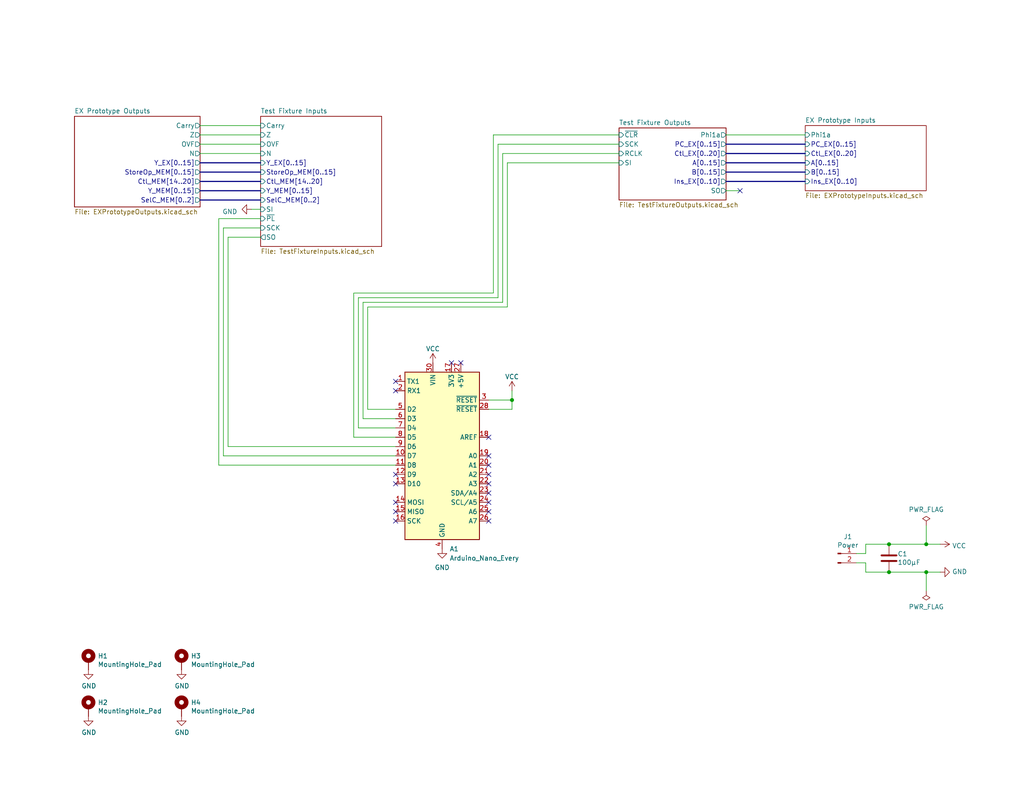
<source format=kicad_sch>
(kicad_sch (version 20230121) (generator eeschema)
  (paper "USLetter")
  (title_block (title "Turtle16: EXModuleTestFixture") (date "2023-03-25") (rev "A") (comment 4 "Test Fixture for Turtle16's EXModule"))
  (lib_symbols
    (symbol "Connector:Conn_01x02_Pin" (pin_names (offset 1.016) hide)
      (property "Reference" "J" (at 0 2.54 0))
      (property "Value" "Conn_01x02_Pin" (at 0 -5.08 0))
      (symbol "Conn_01x02_Pin_1_1"
        (polyline (pts (xy 1.27 -2.54) (xy 0.8636 -2.54)) (stroke (width 0.1524)))
        (polyline (pts (xy 1.27 0) (xy 0.8636 0)) (stroke (width 0.1524)))
        (rectangle (start 0.8636 -2.413) (end 0 -2.667) (stroke (width 0.1524)) (fill (type outline)))
        (rectangle (start 0.8636 0.127) (end 0 -0.127) (stroke (width 0.1524)) (fill (type outline)))
        (pin passive line (at 5.08 0 180) (length 3.81) (name "Pin_1") (number "1"))
        (pin passive line (at 5.08 -2.54 180) (length 3.81) (name "Pin_2") (number "2"))
      )
    )
    (symbol "Device:C" (pin_numbers hide) (pin_names (offset 0.254))
      (property "Reference" "C" (at 0.635 2.54 0))
      (property "Value" "C" (at 0.635 -2.54 0))
      (symbol "C_0_1"
        (polyline (pts (xy -2.032 -0.762) (xy 2.032 -0.762)) (stroke (width 0.508)))
        (polyline (pts (xy -2.032 0.762) (xy 2.032 0.762)) (stroke (width 0.508)))
      )
      (symbol "C_1_1"
        (pin passive line (at 0 3.81 270) (length 2.794) (name "~") (number "1"))
        (pin passive line (at 0 -3.81 90) (length 2.794) (name "~") (number "2"))
      )
    )
    (symbol "MCU_Module:Arduino_Nano_Every"
      (property "Reference" "A" (at -10.16 23.495 0))
      (property "Value" "Arduino_Nano_Every" (at 5.08 -24.13 0))
      (symbol "Arduino_Nano_Every_0_1"
        (rectangle (start -10.16 22.86) (end 10.16 -22.86) (stroke (width 0.254)) (fill (type background)))
      )
      (symbol "Arduino_Nano_Every_1_1"
        (pin bidirectional line (at -12.7 20.32 0) (length 2.54) (name "TX1") (number "1"))
        (pin bidirectional line (at -12.7 0 0) (length 2.54) (name "D7") (number "10"))
        (pin bidirectional line (at -12.7 -2.54 0) (length 2.54) (name "D8") (number "11"))
        (pin bidirectional line (at -12.7 -5.08 0) (length 2.54) (name "D9") (number "12"))
        (pin bidirectional line (at -12.7 -7.62 0) (length 2.54) (name "D10") (number "13"))
        (pin bidirectional line (at -12.7 -12.7 0) (length 2.54) (name "MOSI") (number "14"))
        (pin bidirectional line (at -12.7 -15.24 0) (length 2.54) (name "MISO") (number "15"))
        (pin bidirectional line (at -12.7 -17.78 0) (length 2.54) (name "SCK") (number "16"))
        (pin power_out line (at 2.54 25.4 270) (length 2.54) (name "3V3") (number "17"))
        (pin input line (at 12.7 5.08 180) (length 2.54) (name "AREF") (number "18"))
        (pin bidirectional line (at 12.7 0 180) (length 2.54) (name "A0") (number "19"))
        (pin bidirectional line (at -12.7 17.78 0) (length 2.54) (name "RX1") (number "2"))
        (pin bidirectional line (at 12.7 -2.54 180) (length 2.54) (name "A1") (number "20"))
        (pin bidirectional line (at 12.7 -5.08 180) (length 2.54) (name "A2") (number "21"))
        (pin bidirectional line (at 12.7 -7.62 180) (length 2.54) (name "A3") (number "22"))
        (pin bidirectional line (at 12.7 -10.16 180) (length 2.54) (name "SDA/A4") (number "23"))
        (pin bidirectional line (at 12.7 -12.7 180) (length 2.54) (name "SCL/A5") (number "24"))
        (pin bidirectional line (at 12.7 -15.24 180) (length 2.54) (name "A6") (number "25"))
        (pin bidirectional line (at 12.7 -17.78 180) (length 2.54) (name "A7") (number "26"))
        (pin power_out line (at 5.08 25.4 270) (length 2.54) (name "+5V") (number "27"))
        (pin input line (at 12.7 12.7 180) (length 2.54) (name "~{RESET}") (number "28"))
        (pin passive line (at 0 -25.4 90) (length 2.54) hide (name "GND") (number "29"))
        (pin input line (at 12.7 15.24 180) (length 2.54) (name "~{RESET}") (number "3"))
        (pin power_in line (at -2.54 25.4 270) (length 2.54) (name "VIN") (number "30"))
        (pin power_in line (at 0 -25.4 90) (length 2.54) (name "GND") (number "4"))
        (pin bidirectional line (at -12.7 12.7 0) (length 2.54) (name "D2") (number "5"))
        (pin bidirectional line (at -12.7 10.16 0) (length 2.54) (name "D3") (number "6"))
        (pin bidirectional line (at -12.7 7.62 0) (length 2.54) (name "D4") (number "7"))
        (pin bidirectional line (at -12.7 5.08 0) (length 2.54) (name "D5") (number "8"))
        (pin bidirectional line (at -12.7 2.54 0) (length 2.54) (name "D6") (number "9"))
      )
    )
    (symbol "Mechanical:MountingHole_Pad" (pin_numbers hide) (pin_names (offset 1.016) hide)
      (property "Reference" "H" (at 0 6.35 0))
      (property "Value" "MountingHole_Pad" (at 0 4.445 0))
      (symbol "MountingHole_Pad_0_1"
        (circle (center 0 1.27) (radius 1.27) (stroke (width 1.27)))
      )
      (symbol "MountingHole_Pad_1_1"
        (pin input line (at 0 -2.54 90) (length 2.54) (name "1") (number "1"))
      )
    )
    (symbol "power:GND" (power) (pin_names (offset 0))
      (property "Value" "GND" (at 0 -3.81 0))
      (symbol "GND_0_1"
        (polyline (pts (xy 0 0) (xy 0 -1.27) (xy 1.27 -1.27) (xy 0 -2.54) (xy -1.27 -1.27) (xy 0 -1.27)))
      )
      (symbol "GND_1_1"
        (pin power_in line (at 0 0 270) (length 0) hide (name "GND") (number "1"))
      )
    )
    (symbol "power:PWR_FLAG" (power) (pin_numbers hide) (pin_names (offset 0) hide)
      (property "Value" "PWR_FLAG" (at 0 3.81 0))
      (symbol "PWR_FLAG_0_0"
        (pin power_out line (at 0 0 90) (length 0) (name "pwr") (number "1"))
      )
      (symbol "PWR_FLAG_0_1"
        (polyline (pts (xy 0 0) (xy 0 1.27) (xy -1.016 1.905) (xy 0 2.54) (xy 1.016 1.905) (xy 0 1.27)))
      )
    )
    (symbol "power:VCC" (power) (pin_names (offset 0))
      (property "Value" "VCC" (at 0 3.81 0))
      (symbol "VCC_0_1"
        (polyline (pts (xy -0.762 1.27) (xy 0 2.54)))
        (polyline (pts (xy 0 0) (xy 0 2.54)))
        (polyline (pts (xy 0 2.54) (xy 0.762 1.27)))
      )
      (symbol "VCC_1_1"
        (pin power_in line (at 0 0 90) (length 0) hide (name "VCC") (number "1"))
      )
    )
  )
  (junction (at 242.57 156.21))
  (junction (at 252.73 156.21))
  (junction (at 139.7 109.22))
  (junction (at 252.73 148.59))
  (junction (at 242.57 148.59))
  (no_connect (at 201.93 52.07))
  (no_connect (at 133.35 129.54))
  (no_connect (at 123.19 99.06))
  (no_connect (at 133.35 137.16))
  (no_connect (at 107.95 106.68))
  (no_connect (at 133.35 127))
  (no_connect (at 133.35 124.46))
  (no_connect (at 107.95 132.08))
  (no_connect (at 133.35 134.62))
  (no_connect (at 107.95 129.54))
  (no_connect (at 133.35 142.24))
  (no_connect (at 107.95 104.14))
  (no_connect (at 133.35 139.7))
  (no_connect (at 133.35 119.38))
  (no_connect (at 107.95 137.16))
  (no_connect (at 107.95 142.24))
  (no_connect (at 125.73 99.06))
  (no_connect (at 107.95 139.7))
  (no_connect (at 133.35 132.08))
  (wire (pts (xy 97.79 81.28) (xy 97.79 116.84)))
  (wire (pts (xy 100.33 83.82) (xy 100.33 111.76)))
  (bus (pts (xy 198.12 49.53) (xy 219.71 49.53)))
  (wire (pts (xy 68.58 57.15) (xy 71.12 57.15)))
  (wire (pts (xy 62.23 64.77) (xy 71.12 64.77)))
  (wire (pts (xy 139.7 111.76) (xy 139.7 109.22)))
  (wire (pts (xy 242.57 156.21) (xy 252.73 156.21)))
  (wire (pts (xy 236.22 148.59) (xy 242.57 148.59)))
  (wire (pts (xy 139.7 109.22) (xy 139.7 106.68)))
  (wire (pts (xy 137.16 82.55) (xy 137.16 41.91)))
  (bus (pts (xy 71.12 46.99) (xy 54.61 46.99)))
  (wire (pts (xy 71.12 62.23) (xy 60.96 62.23)))
  (wire (pts (xy 107.95 121.92) (xy 62.23 121.92)))
  (wire (pts (xy 138.43 83.82) (xy 100.33 83.82)))
  (wire (pts (xy 168.91 39.37) (xy 135.89 39.37)))
  (bus (pts (xy 198.12 46.99) (xy 219.71 46.99)))
  (bus (pts (xy 71.12 49.53) (xy 54.61 49.53)))
  (wire (pts (xy 256.54 148.59) (xy 252.73 148.59)))
  (bus (pts (xy 71.12 44.45) (xy 54.61 44.45)))
  (wire (pts (xy 97.79 116.84) (xy 107.95 116.84)))
  (wire (pts (xy 59.69 59.69) (xy 59.69 127)))
  (wire (pts (xy 135.89 81.28) (xy 97.79 81.28)))
  (wire (pts (xy 71.12 34.29) (xy 54.61 34.29)))
  (wire (pts (xy 71.12 39.37) (xy 54.61 39.37)))
  (wire (pts (xy 137.16 41.91) (xy 168.91 41.91)))
  (wire (pts (xy 135.89 39.37) (xy 135.89 81.28)))
  (wire (pts (xy 134.62 80.01) (xy 134.62 36.83)))
  (wire (pts (xy 198.12 36.83) (xy 219.71 36.83)))
  (bus (pts (xy 71.12 54.61) (xy 54.61 54.61)))
  (wire (pts (xy 252.73 143.51) (xy 252.73 148.59)))
  (wire (pts (xy 62.23 64.77) (xy 62.23 121.92)))
  (wire (pts (xy 107.95 114.3) (xy 99.06 114.3)))
  (wire (pts (xy 59.69 127) (xy 107.95 127)))
  (wire (pts (xy 198.12 52.07) (xy 201.93 52.07)))
  (wire (pts (xy 133.35 111.76) (xy 139.7 111.76)))
  (wire (pts (xy 96.52 119.38) (xy 96.52 80.01)))
  (wire (pts (xy 236.22 156.21) (xy 242.57 156.21)))
  (wire (pts (xy 168.91 44.45) (xy 138.43 44.45)))
  (wire (pts (xy 252.73 161.29) (xy 252.73 156.21)))
  (wire (pts (xy 133.35 109.22) (xy 139.7 109.22)))
  (wire (pts (xy 236.22 153.67) (xy 236.22 156.21)))
  (bus (pts (xy 198.12 39.37) (xy 219.71 39.37)))
  (wire (pts (xy 134.62 36.83) (xy 168.91 36.83)))
  (wire (pts (xy 107.95 119.38) (xy 96.52 119.38)))
  (wire (pts (xy 71.12 41.91) (xy 54.61 41.91)))
  (wire (pts (xy 233.68 151.13) (xy 236.22 151.13)))
  (wire (pts (xy 60.96 124.46) (xy 107.95 124.46)))
  (wire (pts (xy 100.33 111.76) (xy 107.95 111.76)))
  (wire (pts (xy 233.68 153.67) (xy 236.22 153.67)))
  (wire (pts (xy 96.52 80.01) (xy 134.62 80.01)))
  (wire (pts (xy 252.73 156.21) (xy 256.54 156.21)))
  (wire (pts (xy 236.22 148.59) (xy 236.22 151.13)))
  (wire (pts (xy 242.57 148.59) (xy 252.73 148.59)))
  (wire (pts (xy 71.12 59.69) (xy 59.69 59.69)))
  (wire (pts (xy 99.06 82.55) (xy 137.16 82.55)))
  (bus (pts (xy 198.12 41.91) (xy 219.71 41.91)))
  (bus (pts (xy 71.12 52.07) (xy 54.61 52.07)))
  (wire (pts (xy 71.12 36.83) (xy 54.61 36.83)))
  (wire (pts (xy 99.06 114.3) (xy 99.06 82.55)))
  (wire (pts (xy 60.96 62.23) (xy 60.96 124.46)))
  (wire (pts (xy 138.43 44.45) (xy 138.43 83.82)))
  (bus (pts (xy 198.12 44.45) (xy 219.71 44.45)))
  (symbol (lib_id "Connector:Conn_01x02_Pin") (at 228.6 151.13 0) (unit 1)
    (property "Reference" "J1" (at 231.3432 146.5326 0))
    (property "Value" "Power" (at 231.3432 148.844 0))
    (property "Footprint" "Connector_Molex:172448-0002" (effects hide))
    (property "Mouser" "https://www.mouser.com/ProductDetail/538-172448-0002" (effects hide))
  )
  (symbol (lib_id "Mechanical:MountingHole_Pad") (at 24.13 180.34 0) (unit 1)
    (property "Reference" "H1" (at 26.67 179.0954 0) (effects (justify left)))
    (property "Value" "MountingHole_Pad" (at 26.67 181.4068 0) (effects (justify left)))
    (property "Footprint" "MountingHole:MountingHole_3.2mm_M3_Pad" (effects hide))
  )
  (symbol (lib_id "Mechanical:MountingHole_Pad") (at 49.53 180.34 0) (unit 1)
    (property "Reference" "H3" (at 52.07 179.0954 0) (effects (justify left)))
    (property "Value" "MountingHole_Pad" (at 52.07 181.4068 0) (effects (justify left)))
    (property "Footprint" "MountingHole:MountingHole_3.2mm_M3_Pad" (effects hide))
  )
  (symbol (lib_id "Mechanical:MountingHole_Pad") (at 49.53 193.04 0) (unit 1)
    (property "Reference" "H4" (at 52.07 191.7954 0) (effects (justify left)))
    (property "Value" "MountingHole_Pad" (at 52.07 194.1068 0) (effects (justify left)))
    (property "Footprint" "MountingHole:MountingHole_3.2mm_M3_Pad" (effects hide))
  )
  (symbol (lib_id "Device:C") (at 242.57 152.4 0) (unit 1)
    (property "Reference" "C1" (at 244.9068 151.2316 0) (effects (justify left)))
    (property "Value" "100µF" (at 244.9068 153.543 0) (effects (justify left)))
    (property "Footprint" "Capacitor_SMD:C_1206_3216Metric_Pad1.33x1.80mm_HandSolder" (effects hide))
    (property "Mouser" "https://www.mouser.com/ProductDetail/963-AMK316ABJ107ML-T" (effects hide))
  )
  (symbol (lib_id "Mechanical:MountingHole_Pad") (at 24.13 193.04 0) (unit 1)
    (property "Reference" "H2" (at 26.67 191.7954 0) (effects (justify left)))
    (property "Value" "MountingHole_Pad" (at 26.67 194.1068 0) (effects (justify left)))
    (property "Footprint" "MountingHole:MountingHole_3.2mm_M3_Pad" (effects hide))
  )
  (symbol (lib_id "power:VCC") (at 139.7 106.68 0) (unit 1)
    (property "Reference" "#PWR08" (effects hide))
    (property "Value" "VCC" (at 139.7 102.87 0))
  )
  (symbol (lib_id "MCU_Module:Arduino_Nano_Every") (at 120.65 124.46 0) (unit 1)
    (property "Reference" "A1" (at 122.6694 149.86 0) (effects (justify left)))
    (property "Value" "Arduino_Nano_Every" (at 122.6694 152.4 0) (effects (justify left)))
    (property "Footprint" "Module:Arduino_Nano" (effects hide))
    (property "Datasheet" "https://content.arduino.cc/assets/NANOEveryV3.0_sch.pdf" (effects hide))
  )
  (symbol (lib_id "power:PWR_FLAG") (at 252.73 143.51 0) (unit 1)
    (property "Reference" "#FLG01" (effects hide))
    (property "Value" "PWR_FLAG" (at 252.73 139.1158 0))
  )
  (symbol (lib_id "power:VCC") (at 256.54 148.59 270) (unit 1)
    (property "Reference" "#PWR09" (effects hide))
    (property "Value" "VCC" (at 259.7912 149.0218 90) (effects (justify left)))
  )
  (symbol (lib_id "power:VCC") (at 118.11 99.06 0) (unit 1)
    (property "Reference" "#PWR06" (effects hide))
    (property "Value" "VCC" (at 118.11 95.25 0))
  )
  (symbol (lib_id "power:GND") (at 68.58 57.15 270) (unit 1)
    (property "Reference" "#PWR05" (effects hide))
    (property "Value" "GND" (at 64.77 57.785 90) (effects (justify right)))
  )
  (symbol (lib_id "power:GND") (at 24.13 182.88 0) (unit 1)
    (property "Reference" "#PWR01" (effects hide))
    (property "Value" "GND" (at 24.257 187.2742 0))
  )
  (symbol (lib_id "power:PWR_FLAG") (at 252.73 161.29 180) (unit 1)
    (property "Reference" "#FLG02" (effects hide))
    (property "Value" "PWR_FLAG" (at 252.73 165.6842 0))
  )
  (symbol (lib_id "power:GND") (at 120.65 149.86 0) (unit 1)
    (property "Reference" "#PWR07" (effects hide))
    (property "Value" "GND" (at 120.65 154.94 0))
  )
  (symbol (lib_id "power:GND") (at 49.53 182.88 0) (unit 1)
    (property "Reference" "#PWR03" (effects hide))
    (property "Value" "GND" (at 49.657 187.2742 0))
  )
  (symbol (lib_id "power:GND") (at 256.54 156.21 90) (unit 1)
    (property "Reference" "#PWR010" (effects hide))
    (property "Value" "GND" (at 259.7912 156.083 90) (effects (justify right)))
  )
  (symbol (lib_id "power:GND") (at 24.13 195.58 0) (unit 1)
    (property "Reference" "#PWR02" (effects hide))
    (property "Value" "GND" (at 24.257 199.9742 0))
  )
  (symbol (lib_id "power:GND") (at 49.53 195.58 0) (unit 1)
    (property "Reference" "#PWR04" (effects hide))
    (property "Value" "GND" (at 49.657 199.9742 0))
  )
  (sheet (at 168.91 34.925) (size 29.21 19.685) (stroke (width 0.1524))
    (property "Sheetname" "Test Fixture Outputs" (at 168.91 34.2134 0) (effects (justify left bottom)))
    (property "Sheetfile" "TestFixtureOutputs.kicad_sch" (at 168.91 55.1946 0) (effects (justify left top)))
    (pin "~{CLR}" input (at 168.91 36.83 180))
    (pin "SCK" input (at 168.91 39.37 180))
    (pin "RCLK" input (at 168.91 41.91 180))
    (pin "SI" input (at 168.91 44.45 180))
    (pin "SO" output (at 198.12 52.07 0))
    (pin "A[0..15]" output (at 198.12 44.45 0))
    (pin "B[0..15]" output (at 198.12 46.99 0))
    (pin "Phi1a" output (at 198.12 36.83 0))
    (pin "PC_EX[0..15]" output (at 198.12 39.37 0))
    (pin "Ctl_EX[0..20]" output (at 198.12 41.91 0))
    (pin "Ins_EX[0..10]" output (at 198.12 49.53 0))
  )
  (sheet (at 219.71 34.29) (size 33.02 17.78) (stroke (width 0.1524))
    (property "Sheetname" "EX Prototype Inputs" (at 219.71 33.5784 0) (effects (justify left bottom)))
    (property "Sheetfile" "EXPrototypeInputs.kicad_sch" (at 219.71 52.6546 0) (effects (justify left top)))
    (pin "Phi1a" input (at 219.71 36.83 180))
    (pin "Ctl_EX[0..20]" input (at 219.71 41.91 180))
    (pin "Ins_EX[0..10]" input (at 219.71 49.53 180))
    (pin "B[0..15]" input (at 219.71 46.99 180))
    (pin "A[0..15]" input (at 219.71 44.45 180))
    (pin "PC_EX[0..15]" input (at 219.71 39.37 180))
  )
  (sheet (at 20.32 31.75) (size 34.29 24.765) (stroke (width 0.1524))
    (property "Sheetname" "EX Prototype Outputs" (at 20.32 31.0384 0) (effects (justify left bottom)))
    (property "Sheetfile" "EXPrototypeOutputs.kicad_sch" (at 20.32 57.0996 0) (effects (justify left top)))
    (pin "OVF" output (at 54.61 39.37 0))
    (pin "StoreOp_MEM[0..15]" output (at 54.61 46.99 0))
    (pin "Z" output (at 54.61 36.83 0))
    (pin "Carry" output (at 54.61 34.29 0))
    (pin "Ctl_MEM[14..20]" output (at 54.61 49.53 0))
    (pin "SelC_MEM[0..2]" output (at 54.61 54.61 0))
    (pin "Y_EX[0..15]" output (at 54.61 44.45 0))
    (pin "Y_MEM[0..15]" output (at 54.61 52.07 0))
    (pin "N" output (at 54.61 41.91 0))
  )
  (sheet (at 71.12 31.75) (size 33.02 35.56) (stroke (width 0.1524))
    (property "Sheetname" "Test Fixture Inputs" (at 71.12 31.0384 0) (effects (justify left bottom)))
    (property "Sheetfile" "TestFixtureInputs.kicad_sch" (at 71.12 67.8946 0) (effects (justify left top)))
    (pin "SI" input (at 71.12 57.15 180))
    (pin "SCK" input (at 71.12 62.23 180))
    (pin "~{PL}" input (at 71.12 59.69 180))
    (pin "SO" output (at 71.12 64.77 180))
    (pin "Y_EX[0..15]" input (at 71.12 44.45 180))
    (pin "Y_MEM[0..15]" input (at 71.12 52.07 180))
    (pin "StoreOp_MEM[0..15]" input (at 71.12 46.99 180))
    (pin "Carry" input (at 71.12 34.29 180))
    (pin "Ctl_MEM[14..20]" input (at 71.12 49.53 180))
    (pin "SelC_MEM[0..2]" input (at 71.12 54.61 180))
    (pin "Z" input (at 71.12 36.83 180))
    (pin "OVF" input (at 71.12 39.37 180))
    (pin "N" input (at 71.12 41.91 180))
  )
)
</source>
